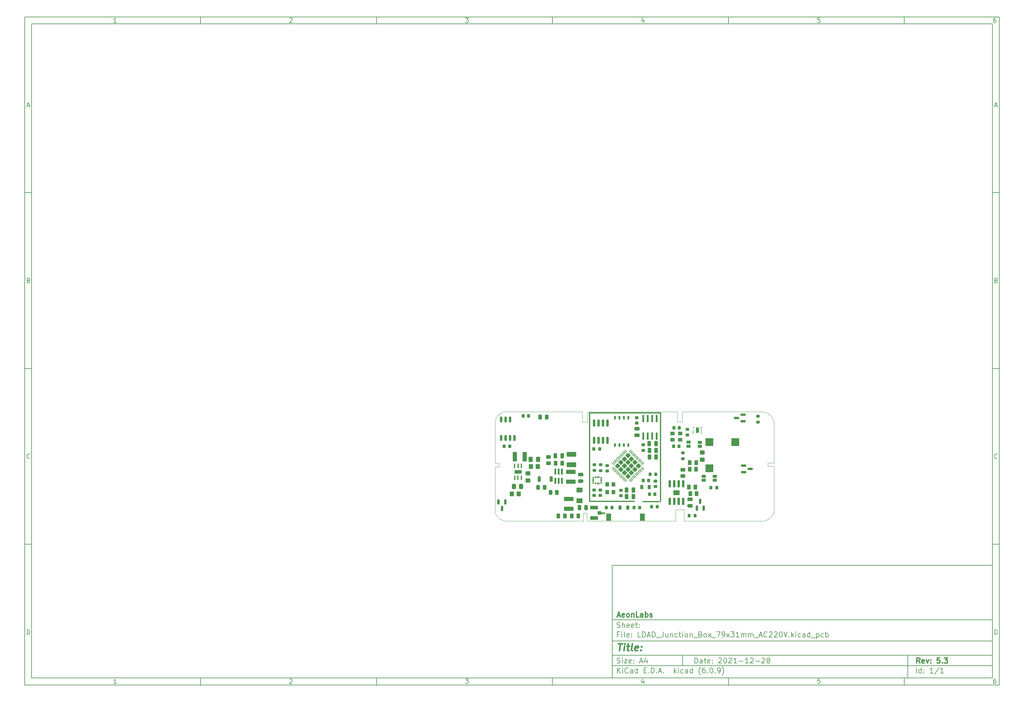
<source format=gbr>
G04 #@! TF.GenerationSoftware,KiCad,Pcbnew,(6.0.9)*
G04 #@! TF.CreationDate,2022-11-26T17:41:20+01:00*
G04 #@! TF.ProjectId,LDAD_Junction_Box_79x31mm_AC220V,4c444144-5f4a-4756-9e63-74696f6e5f42,5.3*
G04 #@! TF.SameCoordinates,Original*
G04 #@! TF.FileFunction,Paste,Top*
G04 #@! TF.FilePolarity,Positive*
%FSLAX46Y46*%
G04 Gerber Fmt 4.6, Leading zero omitted, Abs format (unit mm)*
G04 Created by KiCad (PCBNEW (6.0.9)) date 2022-11-26 17:41:20*
%MOMM*%
%LPD*%
G01*
G04 APERTURE LIST*
G04 Aperture macros list*
%AMRoundRect*
0 Rectangle with rounded corners*
0 $1 Rounding radius*
0 $2 $3 $4 $5 $6 $7 $8 $9 X,Y pos of 4 corners*
0 Add a 4 corners polygon primitive as box body*
4,1,4,$2,$3,$4,$5,$6,$7,$8,$9,$2,$3,0*
0 Add four circle primitives for the rounded corners*
1,1,$1+$1,$2,$3*
1,1,$1+$1,$4,$5*
1,1,$1+$1,$6,$7*
1,1,$1+$1,$8,$9*
0 Add four rect primitives between the rounded corners*
20,1,$1+$1,$2,$3,$4,$5,0*
20,1,$1+$1,$4,$5,$6,$7,0*
20,1,$1+$1,$6,$7,$8,$9,0*
20,1,$1+$1,$8,$9,$2,$3,0*%
%AMFreePoly0*
4,1,6,0.450000,-0.800000,-0.450000,-0.800000,-0.450000,0.530000,-0.180000,0.800000,0.450000,0.800000,0.450000,-0.800000,0.450000,-0.800000,$1*%
G04 Aperture macros list end*
%ADD10C,0.100000*%
%ADD11C,0.150000*%
%ADD12C,0.300000*%
%ADD13C,0.400000*%
%ADD14C,0.010000*%
G04 #@! TA.AperFunction,Profile*
%ADD15C,0.120000*%
G04 #@! TD*
%ADD16RoundRect,0.225000X-0.225000X-0.250000X0.225000X-0.250000X0.225000X0.250000X-0.225000X0.250000X0*%
%ADD17RoundRect,0.250000X-0.262500X-0.450000X0.262500X-0.450000X0.262500X0.450000X-0.262500X0.450000X0*%
%ADD18RoundRect,0.250000X0.250000X0.475000X-0.250000X0.475000X-0.250000X-0.475000X0.250000X-0.475000X0*%
%ADD19RoundRect,0.225000X0.250000X-0.225000X0.250000X0.225000X-0.250000X0.225000X-0.250000X-0.225000X0*%
%ADD20RoundRect,0.225000X-0.250000X0.225000X-0.250000X-0.225000X0.250000X-0.225000X0.250000X0.225000X0*%
%ADD21RoundRect,0.250000X0.475000X-0.250000X0.475000X0.250000X-0.475000X0.250000X-0.475000X-0.250000X0*%
%ADD22R,1.000000X1.300000*%
%ADD23RoundRect,0.042000X-0.258000X0.943000X-0.258000X-0.943000X0.258000X-0.943000X0.258000X0.943000X0*%
%ADD24RoundRect,0.250000X-0.337500X-0.475000X0.337500X-0.475000X0.337500X0.475000X-0.337500X0.475000X0*%
%ADD25RoundRect,0.250000X-0.450000X0.350000X-0.450000X-0.350000X0.450000X-0.350000X0.450000X0.350000X0*%
%ADD26RoundRect,0.150000X0.150000X-0.825000X0.150000X0.825000X-0.150000X0.825000X-0.150000X-0.825000X0*%
%ADD27FreePoly0,180.000000*%
%ADD28R,0.550000X0.250000*%
%ADD29R,0.001000X0.001000*%
%ADD30RoundRect,0.150000X0.587500X0.150000X-0.587500X0.150000X-0.587500X-0.150000X0.587500X-0.150000X0*%
%ADD31RoundRect,0.124800X-0.475200X-0.275200X0.475200X-0.275200X0.475200X0.275200X-0.475200X0.275200X0*%
%ADD32RoundRect,0.200000X-0.275000X0.200000X-0.275000X-0.200000X0.275000X-0.200000X0.275000X0.200000X0*%
%ADD33RoundRect,0.041300X-0.253700X0.948700X-0.253700X-0.948700X0.253700X-0.948700X0.253700X0.948700X0*%
%ADD34RoundRect,0.200000X0.200000X0.275000X-0.200000X0.275000X-0.200000X-0.275000X0.200000X-0.275000X0*%
%ADD35RoundRect,0.250000X-0.450000X0.262500X-0.450000X-0.262500X0.450000X-0.262500X0.450000X0.262500X0*%
%ADD36R,0.400000X25.500000*%
%ADD37RoundRect,0.243750X-0.243750X-0.456250X0.243750X-0.456250X0.243750X0.456250X-0.243750X0.456250X0*%
%ADD38RoundRect,0.250000X1.075000X-0.375000X1.075000X0.375000X-1.075000X0.375000X-1.075000X-0.375000X0*%
%ADD39R,2.250000X1.100000*%
%ADD40R,1.100000X1.050000*%
%ADD41RoundRect,0.250000X-0.475000X0.250000X-0.475000X-0.250000X0.475000X-0.250000X0.475000X0.250000X0*%
%ADD42RoundRect,0.150000X0.150000X-0.675000X0.150000X0.675000X-0.150000X0.675000X-0.150000X-0.675000X0*%
%ADD43RoundRect,0.000250X0.000250X-0.000250X0.000250X0.000250X-0.000250X0.000250X-0.000250X-0.000250X0*%
%ADD44RoundRect,0.250000X0.262500X0.450000X-0.262500X0.450000X-0.262500X-0.450000X0.262500X-0.450000X0*%
%ADD45RoundRect,0.218750X0.218750X0.381250X-0.218750X0.381250X-0.218750X-0.381250X0.218750X-0.381250X0*%
%ADD46RoundRect,0.200000X0.275000X-0.200000X0.275000X0.200000X-0.275000X0.200000X-0.275000X-0.200000X0*%
%ADD47RoundRect,0.225000X0.225000X0.250000X-0.225000X0.250000X-0.225000X-0.250000X0.225000X-0.250000X0*%
%ADD48RoundRect,0.088500X-0.206500X0.746500X-0.206500X-0.746500X0.206500X-0.746500X0.206500X0.746500X0*%
%ADD49RoundRect,0.088500X0.206500X-0.746500X0.206500X0.746500X-0.206500X0.746500X-0.206500X-0.746500X0*%
%ADD50RoundRect,0.250000X-0.250000X-0.475000X0.250000X-0.475000X0.250000X0.475000X-0.250000X0.475000X0*%
%ADD51RoundRect,0.150000X0.150000X-0.587500X0.150000X0.587500X-0.150000X0.587500X-0.150000X-0.587500X0*%
%ADD52R,0.400000X25.400000*%
%ADD53RoundRect,0.250001X-1.074999X0.462499X-1.074999X-0.462499X1.074999X-0.462499X1.074999X0.462499X0*%
%ADD54R,5.000000X0.400000*%
%ADD55R,1.400000X2.100000*%
%ADD56RoundRect,0.250000X0.350000X0.450000X-0.350000X0.450000X-0.350000X-0.450000X0.350000X-0.450000X0*%
%ADD57RoundRect,0.150000X-0.150000X0.587500X-0.150000X-0.587500X0.150000X-0.587500X0.150000X0.587500X0*%
%ADD58RoundRect,0.150000X-0.587500X-0.150000X0.587500X-0.150000X0.587500X0.150000X-0.587500X0.150000X0*%
%ADD59RoundRect,0.200000X-0.200000X-0.275000X0.200000X-0.275000X0.200000X0.275000X-0.200000X0.275000X0*%
%ADD60RoundRect,0.066000X0.154000X-0.404000X0.154000X0.404000X-0.154000X0.404000X-0.154000X-0.404000X0*%
%ADD61RoundRect,0.250000X0.450000X-0.350000X0.450000X0.350000X-0.450000X0.350000X-0.450000X-0.350000X0*%
%ADD62RoundRect,0.200000X-0.200000X-0.600000X0.200000X-0.600000X0.200000X0.600000X-0.200000X0.600000X0*%
%ADD63RoundRect,0.250001X-0.624999X0.462499X-0.624999X-0.462499X0.624999X-0.462499X0.624999X0.462499X0*%
%ADD64R,2.195000X2.195000*%
%ADD65RoundRect,0.250000X0.445477X0.000000X0.000000X0.445477X-0.445477X0.000000X0.000000X-0.445477X0*%
%ADD66RoundRect,0.050000X0.309359X-0.238649X-0.238649X0.309359X-0.309359X0.238649X0.238649X-0.309359X0*%
%ADD67RoundRect,0.050000X0.309359X0.238649X0.238649X0.309359X-0.309359X-0.238649X-0.238649X-0.309359X0*%
%ADD68R,13.000000X0.400000*%
%ADD69R,20.500000X0.400000*%
%ADD70RoundRect,0.100000X-0.100000X-0.550000X0.100000X-0.550000X0.100000X0.550000X-0.100000X0.550000X0*%
%ADD71RoundRect,0.262500X0.737500X0.262500X-0.737500X0.262500X-0.737500X-0.262500X0.737500X-0.262500X0*%
%ADD72RoundRect,0.100000X0.100000X0.550000X-0.100000X0.550000X-0.100000X-0.550000X0.100000X-0.550000X0*%
%ADD73R,0.580000X0.350000*%
%ADD74R,0.350000X0.580000*%
%ADD75RoundRect,0.218750X-0.218750X-0.381250X0.218750X-0.381250X0.218750X0.381250X-0.218750X0.381250X0*%
%ADD76RoundRect,0.250000X0.375000X1.075000X-0.375000X1.075000X-0.375000X-1.075000X0.375000X-1.075000X0*%
%ADD77R,1.300000X1.000000*%
%ADD78R,0.500000X0.500000*%
G04 APERTURE END LIST*
D10*
D11*
X177002200Y-166007200D02*
X177002200Y-198007200D01*
X285002200Y-198007200D01*
X285002200Y-166007200D01*
X177002200Y-166007200D01*
D10*
D11*
X10000000Y-10000000D02*
X10000000Y-200007200D01*
X287002200Y-200007200D01*
X287002200Y-10000000D01*
X10000000Y-10000000D01*
D10*
D11*
X12000000Y-12000000D02*
X12000000Y-198007200D01*
X285002200Y-198007200D01*
X285002200Y-12000000D01*
X12000000Y-12000000D01*
D10*
D11*
X60000000Y-12000000D02*
X60000000Y-10000000D01*
D10*
D11*
X110000000Y-12000000D02*
X110000000Y-10000000D01*
D10*
D11*
X160000000Y-12000000D02*
X160000000Y-10000000D01*
D10*
D11*
X210000000Y-12000000D02*
X210000000Y-10000000D01*
D10*
D11*
X260000000Y-12000000D02*
X260000000Y-10000000D01*
D10*
D11*
X36065476Y-11588095D02*
X35322619Y-11588095D01*
X35694047Y-11588095D02*
X35694047Y-10288095D01*
X35570238Y-10473809D01*
X35446428Y-10597619D01*
X35322619Y-10659523D01*
D10*
D11*
X85322619Y-10411904D02*
X85384523Y-10350000D01*
X85508333Y-10288095D01*
X85817857Y-10288095D01*
X85941666Y-10350000D01*
X86003571Y-10411904D01*
X86065476Y-10535714D01*
X86065476Y-10659523D01*
X86003571Y-10845238D01*
X85260714Y-11588095D01*
X86065476Y-11588095D01*
D10*
D11*
X135260714Y-10288095D02*
X136065476Y-10288095D01*
X135632142Y-10783333D01*
X135817857Y-10783333D01*
X135941666Y-10845238D01*
X136003571Y-10907142D01*
X136065476Y-11030952D01*
X136065476Y-11340476D01*
X136003571Y-11464285D01*
X135941666Y-11526190D01*
X135817857Y-11588095D01*
X135446428Y-11588095D01*
X135322619Y-11526190D01*
X135260714Y-11464285D01*
D10*
D11*
X185941666Y-10721428D02*
X185941666Y-11588095D01*
X185632142Y-10226190D02*
X185322619Y-11154761D01*
X186127380Y-11154761D01*
D10*
D11*
X236003571Y-10288095D02*
X235384523Y-10288095D01*
X235322619Y-10907142D01*
X235384523Y-10845238D01*
X235508333Y-10783333D01*
X235817857Y-10783333D01*
X235941666Y-10845238D01*
X236003571Y-10907142D01*
X236065476Y-11030952D01*
X236065476Y-11340476D01*
X236003571Y-11464285D01*
X235941666Y-11526190D01*
X235817857Y-11588095D01*
X235508333Y-11588095D01*
X235384523Y-11526190D01*
X235322619Y-11464285D01*
D10*
D11*
X285941666Y-10288095D02*
X285694047Y-10288095D01*
X285570238Y-10350000D01*
X285508333Y-10411904D01*
X285384523Y-10597619D01*
X285322619Y-10845238D01*
X285322619Y-11340476D01*
X285384523Y-11464285D01*
X285446428Y-11526190D01*
X285570238Y-11588095D01*
X285817857Y-11588095D01*
X285941666Y-11526190D01*
X286003571Y-11464285D01*
X286065476Y-11340476D01*
X286065476Y-11030952D01*
X286003571Y-10907142D01*
X285941666Y-10845238D01*
X285817857Y-10783333D01*
X285570238Y-10783333D01*
X285446428Y-10845238D01*
X285384523Y-10907142D01*
X285322619Y-11030952D01*
D10*
D11*
X60000000Y-198007200D02*
X60000000Y-200007200D01*
D10*
D11*
X110000000Y-198007200D02*
X110000000Y-200007200D01*
D10*
D11*
X160000000Y-198007200D02*
X160000000Y-200007200D01*
D10*
D11*
X210000000Y-198007200D02*
X210000000Y-200007200D01*
D10*
D11*
X260000000Y-198007200D02*
X260000000Y-200007200D01*
D10*
D11*
X36065476Y-199595295D02*
X35322619Y-199595295D01*
X35694047Y-199595295D02*
X35694047Y-198295295D01*
X35570238Y-198481009D01*
X35446428Y-198604819D01*
X35322619Y-198666723D01*
D10*
D11*
X85322619Y-198419104D02*
X85384523Y-198357200D01*
X85508333Y-198295295D01*
X85817857Y-198295295D01*
X85941666Y-198357200D01*
X86003571Y-198419104D01*
X86065476Y-198542914D01*
X86065476Y-198666723D01*
X86003571Y-198852438D01*
X85260714Y-199595295D01*
X86065476Y-199595295D01*
D10*
D11*
X135260714Y-198295295D02*
X136065476Y-198295295D01*
X135632142Y-198790533D01*
X135817857Y-198790533D01*
X135941666Y-198852438D01*
X136003571Y-198914342D01*
X136065476Y-199038152D01*
X136065476Y-199347676D01*
X136003571Y-199471485D01*
X135941666Y-199533390D01*
X135817857Y-199595295D01*
X135446428Y-199595295D01*
X135322619Y-199533390D01*
X135260714Y-199471485D01*
D10*
D11*
X185941666Y-198728628D02*
X185941666Y-199595295D01*
X185632142Y-198233390D02*
X185322619Y-199161961D01*
X186127380Y-199161961D01*
D10*
D11*
X236003571Y-198295295D02*
X235384523Y-198295295D01*
X235322619Y-198914342D01*
X235384523Y-198852438D01*
X235508333Y-198790533D01*
X235817857Y-198790533D01*
X235941666Y-198852438D01*
X236003571Y-198914342D01*
X236065476Y-199038152D01*
X236065476Y-199347676D01*
X236003571Y-199471485D01*
X235941666Y-199533390D01*
X235817857Y-199595295D01*
X235508333Y-199595295D01*
X235384523Y-199533390D01*
X235322619Y-199471485D01*
D10*
D11*
X285941666Y-198295295D02*
X285694047Y-198295295D01*
X285570238Y-198357200D01*
X285508333Y-198419104D01*
X285384523Y-198604819D01*
X285322619Y-198852438D01*
X285322619Y-199347676D01*
X285384523Y-199471485D01*
X285446428Y-199533390D01*
X285570238Y-199595295D01*
X285817857Y-199595295D01*
X285941666Y-199533390D01*
X286003571Y-199471485D01*
X286065476Y-199347676D01*
X286065476Y-199038152D01*
X286003571Y-198914342D01*
X285941666Y-198852438D01*
X285817857Y-198790533D01*
X285570238Y-198790533D01*
X285446428Y-198852438D01*
X285384523Y-198914342D01*
X285322619Y-199038152D01*
D10*
D11*
X10000000Y-60000000D02*
X12000000Y-60000000D01*
D10*
D11*
X10000000Y-110000000D02*
X12000000Y-110000000D01*
D10*
D11*
X10000000Y-160000000D02*
X12000000Y-160000000D01*
D10*
D11*
X10690476Y-35216666D02*
X11309523Y-35216666D01*
X10566666Y-35588095D02*
X11000000Y-34288095D01*
X11433333Y-35588095D01*
D10*
D11*
X11092857Y-84907142D02*
X11278571Y-84969047D01*
X11340476Y-85030952D01*
X11402380Y-85154761D01*
X11402380Y-85340476D01*
X11340476Y-85464285D01*
X11278571Y-85526190D01*
X11154761Y-85588095D01*
X10659523Y-85588095D01*
X10659523Y-84288095D01*
X11092857Y-84288095D01*
X11216666Y-84350000D01*
X11278571Y-84411904D01*
X11340476Y-84535714D01*
X11340476Y-84659523D01*
X11278571Y-84783333D01*
X11216666Y-84845238D01*
X11092857Y-84907142D01*
X10659523Y-84907142D01*
D10*
D11*
X11402380Y-135464285D02*
X11340476Y-135526190D01*
X11154761Y-135588095D01*
X11030952Y-135588095D01*
X10845238Y-135526190D01*
X10721428Y-135402380D01*
X10659523Y-135278571D01*
X10597619Y-135030952D01*
X10597619Y-134845238D01*
X10659523Y-134597619D01*
X10721428Y-134473809D01*
X10845238Y-134350000D01*
X11030952Y-134288095D01*
X11154761Y-134288095D01*
X11340476Y-134350000D01*
X11402380Y-134411904D01*
D10*
D11*
X10659523Y-185588095D02*
X10659523Y-184288095D01*
X10969047Y-184288095D01*
X11154761Y-184350000D01*
X11278571Y-184473809D01*
X11340476Y-184597619D01*
X11402380Y-184845238D01*
X11402380Y-185030952D01*
X11340476Y-185278571D01*
X11278571Y-185402380D01*
X11154761Y-185526190D01*
X10969047Y-185588095D01*
X10659523Y-185588095D01*
D10*
D11*
X287002200Y-60000000D02*
X285002200Y-60000000D01*
D10*
D11*
X287002200Y-110000000D02*
X285002200Y-110000000D01*
D10*
D11*
X287002200Y-160000000D02*
X285002200Y-160000000D01*
D10*
D11*
X285692676Y-35216666D02*
X286311723Y-35216666D01*
X285568866Y-35588095D02*
X286002200Y-34288095D01*
X286435533Y-35588095D01*
D10*
D11*
X286095057Y-84907142D02*
X286280771Y-84969047D01*
X286342676Y-85030952D01*
X286404580Y-85154761D01*
X286404580Y-85340476D01*
X286342676Y-85464285D01*
X286280771Y-85526190D01*
X286156961Y-85588095D01*
X285661723Y-85588095D01*
X285661723Y-84288095D01*
X286095057Y-84288095D01*
X286218866Y-84350000D01*
X286280771Y-84411904D01*
X286342676Y-84535714D01*
X286342676Y-84659523D01*
X286280771Y-84783333D01*
X286218866Y-84845238D01*
X286095057Y-84907142D01*
X285661723Y-84907142D01*
D10*
D11*
X286404580Y-135464285D02*
X286342676Y-135526190D01*
X286156961Y-135588095D01*
X286033152Y-135588095D01*
X285847438Y-135526190D01*
X285723628Y-135402380D01*
X285661723Y-135278571D01*
X285599819Y-135030952D01*
X285599819Y-134845238D01*
X285661723Y-134597619D01*
X285723628Y-134473809D01*
X285847438Y-134350000D01*
X286033152Y-134288095D01*
X286156961Y-134288095D01*
X286342676Y-134350000D01*
X286404580Y-134411904D01*
D10*
D11*
X285661723Y-185588095D02*
X285661723Y-184288095D01*
X285971247Y-184288095D01*
X286156961Y-184350000D01*
X286280771Y-184473809D01*
X286342676Y-184597619D01*
X286404580Y-184845238D01*
X286404580Y-185030952D01*
X286342676Y-185278571D01*
X286280771Y-185402380D01*
X286156961Y-185526190D01*
X285971247Y-185588095D01*
X285661723Y-185588095D01*
D10*
D11*
X200434342Y-193785771D02*
X200434342Y-192285771D01*
X200791485Y-192285771D01*
X201005771Y-192357200D01*
X201148628Y-192500057D01*
X201220057Y-192642914D01*
X201291485Y-192928628D01*
X201291485Y-193142914D01*
X201220057Y-193428628D01*
X201148628Y-193571485D01*
X201005771Y-193714342D01*
X200791485Y-193785771D01*
X200434342Y-193785771D01*
X202577200Y-193785771D02*
X202577200Y-193000057D01*
X202505771Y-192857200D01*
X202362914Y-192785771D01*
X202077200Y-192785771D01*
X201934342Y-192857200D01*
X202577200Y-193714342D02*
X202434342Y-193785771D01*
X202077200Y-193785771D01*
X201934342Y-193714342D01*
X201862914Y-193571485D01*
X201862914Y-193428628D01*
X201934342Y-193285771D01*
X202077200Y-193214342D01*
X202434342Y-193214342D01*
X202577200Y-193142914D01*
X203077200Y-192785771D02*
X203648628Y-192785771D01*
X203291485Y-192285771D02*
X203291485Y-193571485D01*
X203362914Y-193714342D01*
X203505771Y-193785771D01*
X203648628Y-193785771D01*
X204720057Y-193714342D02*
X204577200Y-193785771D01*
X204291485Y-193785771D01*
X204148628Y-193714342D01*
X204077200Y-193571485D01*
X204077200Y-193000057D01*
X204148628Y-192857200D01*
X204291485Y-192785771D01*
X204577200Y-192785771D01*
X204720057Y-192857200D01*
X204791485Y-193000057D01*
X204791485Y-193142914D01*
X204077200Y-193285771D01*
X205434342Y-193642914D02*
X205505771Y-193714342D01*
X205434342Y-193785771D01*
X205362914Y-193714342D01*
X205434342Y-193642914D01*
X205434342Y-193785771D01*
X205434342Y-192857200D02*
X205505771Y-192928628D01*
X205434342Y-193000057D01*
X205362914Y-192928628D01*
X205434342Y-192857200D01*
X205434342Y-193000057D01*
X207220057Y-192428628D02*
X207291485Y-192357200D01*
X207434342Y-192285771D01*
X207791485Y-192285771D01*
X207934342Y-192357200D01*
X208005771Y-192428628D01*
X208077200Y-192571485D01*
X208077200Y-192714342D01*
X208005771Y-192928628D01*
X207148628Y-193785771D01*
X208077200Y-193785771D01*
X209005771Y-192285771D02*
X209148628Y-192285771D01*
X209291485Y-192357200D01*
X209362914Y-192428628D01*
X209434342Y-192571485D01*
X209505771Y-192857200D01*
X209505771Y-193214342D01*
X209434342Y-193500057D01*
X209362914Y-193642914D01*
X209291485Y-193714342D01*
X209148628Y-193785771D01*
X209005771Y-193785771D01*
X208862914Y-193714342D01*
X208791485Y-193642914D01*
X208720057Y-193500057D01*
X208648628Y-193214342D01*
X208648628Y-192857200D01*
X208720057Y-192571485D01*
X208791485Y-192428628D01*
X208862914Y-192357200D01*
X209005771Y-192285771D01*
X210077200Y-192428628D02*
X210148628Y-192357200D01*
X210291485Y-192285771D01*
X210648628Y-192285771D01*
X210791485Y-192357200D01*
X210862914Y-192428628D01*
X210934342Y-192571485D01*
X210934342Y-192714342D01*
X210862914Y-192928628D01*
X210005771Y-193785771D01*
X210934342Y-193785771D01*
X212362914Y-193785771D02*
X211505771Y-193785771D01*
X211934342Y-193785771D02*
X211934342Y-192285771D01*
X211791485Y-192500057D01*
X211648628Y-192642914D01*
X211505771Y-192714342D01*
X213005771Y-193214342D02*
X214148628Y-193214342D01*
X215648628Y-193785771D02*
X214791485Y-193785771D01*
X215220057Y-193785771D02*
X215220057Y-192285771D01*
X215077200Y-192500057D01*
X214934342Y-192642914D01*
X214791485Y-192714342D01*
X216220057Y-192428628D02*
X216291485Y-192357200D01*
X216434342Y-192285771D01*
X216791485Y-192285771D01*
X216934342Y-192357200D01*
X217005771Y-192428628D01*
X217077200Y-192571485D01*
X217077200Y-192714342D01*
X217005771Y-192928628D01*
X216148628Y-193785771D01*
X217077200Y-193785771D01*
X217720057Y-193214342D02*
X218862914Y-193214342D01*
X219505771Y-192428628D02*
X219577200Y-192357200D01*
X219720057Y-192285771D01*
X220077200Y-192285771D01*
X220220057Y-192357200D01*
X220291485Y-192428628D01*
X220362914Y-192571485D01*
X220362914Y-192714342D01*
X220291485Y-192928628D01*
X219434342Y-193785771D01*
X220362914Y-193785771D01*
X221220057Y-192928628D02*
X221077200Y-192857200D01*
X221005771Y-192785771D01*
X220934342Y-192642914D01*
X220934342Y-192571485D01*
X221005771Y-192428628D01*
X221077200Y-192357200D01*
X221220057Y-192285771D01*
X221505771Y-192285771D01*
X221648628Y-192357200D01*
X221720057Y-192428628D01*
X221791485Y-192571485D01*
X221791485Y-192642914D01*
X221720057Y-192785771D01*
X221648628Y-192857200D01*
X221505771Y-192928628D01*
X221220057Y-192928628D01*
X221077200Y-193000057D01*
X221005771Y-193071485D01*
X220934342Y-193214342D01*
X220934342Y-193500057D01*
X221005771Y-193642914D01*
X221077200Y-193714342D01*
X221220057Y-193785771D01*
X221505771Y-193785771D01*
X221648628Y-193714342D01*
X221720057Y-193642914D01*
X221791485Y-193500057D01*
X221791485Y-193214342D01*
X221720057Y-193071485D01*
X221648628Y-193000057D01*
X221505771Y-192928628D01*
D10*
D11*
X177002200Y-194507200D02*
X285002200Y-194507200D01*
D10*
D11*
X178434342Y-196585771D02*
X178434342Y-195085771D01*
X179291485Y-196585771D02*
X178648628Y-195728628D01*
X179291485Y-195085771D02*
X178434342Y-195942914D01*
X179934342Y-196585771D02*
X179934342Y-195585771D01*
X179934342Y-195085771D02*
X179862914Y-195157200D01*
X179934342Y-195228628D01*
X180005771Y-195157200D01*
X179934342Y-195085771D01*
X179934342Y-195228628D01*
X181505771Y-196442914D02*
X181434342Y-196514342D01*
X181220057Y-196585771D01*
X181077200Y-196585771D01*
X180862914Y-196514342D01*
X180720057Y-196371485D01*
X180648628Y-196228628D01*
X180577200Y-195942914D01*
X180577200Y-195728628D01*
X180648628Y-195442914D01*
X180720057Y-195300057D01*
X180862914Y-195157200D01*
X181077200Y-195085771D01*
X181220057Y-195085771D01*
X181434342Y-195157200D01*
X181505771Y-195228628D01*
X182791485Y-196585771D02*
X182791485Y-195800057D01*
X182720057Y-195657200D01*
X182577200Y-195585771D01*
X182291485Y-195585771D01*
X182148628Y-195657200D01*
X182791485Y-196514342D02*
X182648628Y-196585771D01*
X182291485Y-196585771D01*
X182148628Y-196514342D01*
X182077200Y-196371485D01*
X182077200Y-196228628D01*
X182148628Y-196085771D01*
X182291485Y-196014342D01*
X182648628Y-196014342D01*
X182791485Y-195942914D01*
X184148628Y-196585771D02*
X184148628Y-195085771D01*
X184148628Y-196514342D02*
X184005771Y-196585771D01*
X183720057Y-196585771D01*
X183577200Y-196514342D01*
X183505771Y-196442914D01*
X183434342Y-196300057D01*
X183434342Y-195871485D01*
X183505771Y-195728628D01*
X183577200Y-195657200D01*
X183720057Y-195585771D01*
X184005771Y-195585771D01*
X184148628Y-195657200D01*
X186005771Y-195800057D02*
X186505771Y-195800057D01*
X186720057Y-196585771D02*
X186005771Y-196585771D01*
X186005771Y-195085771D01*
X186720057Y-195085771D01*
X187362914Y-196442914D02*
X187434342Y-196514342D01*
X187362914Y-196585771D01*
X187291485Y-196514342D01*
X187362914Y-196442914D01*
X187362914Y-196585771D01*
X188077200Y-196585771D02*
X188077200Y-195085771D01*
X188434342Y-195085771D01*
X188648628Y-195157200D01*
X188791485Y-195300057D01*
X188862914Y-195442914D01*
X188934342Y-195728628D01*
X188934342Y-195942914D01*
X188862914Y-196228628D01*
X188791485Y-196371485D01*
X188648628Y-196514342D01*
X188434342Y-196585771D01*
X188077200Y-196585771D01*
X189577200Y-196442914D02*
X189648628Y-196514342D01*
X189577200Y-196585771D01*
X189505771Y-196514342D01*
X189577200Y-196442914D01*
X189577200Y-196585771D01*
X190220057Y-196157200D02*
X190934342Y-196157200D01*
X190077200Y-196585771D02*
X190577200Y-195085771D01*
X191077200Y-196585771D01*
X191577200Y-196442914D02*
X191648628Y-196514342D01*
X191577200Y-196585771D01*
X191505771Y-196514342D01*
X191577200Y-196442914D01*
X191577200Y-196585771D01*
X194577200Y-196585771D02*
X194577200Y-195085771D01*
X194720057Y-196014342D02*
X195148628Y-196585771D01*
X195148628Y-195585771D02*
X194577200Y-196157200D01*
X195791485Y-196585771D02*
X195791485Y-195585771D01*
X195791485Y-195085771D02*
X195720057Y-195157200D01*
X195791485Y-195228628D01*
X195862914Y-195157200D01*
X195791485Y-195085771D01*
X195791485Y-195228628D01*
X197148628Y-196514342D02*
X197005771Y-196585771D01*
X196720057Y-196585771D01*
X196577200Y-196514342D01*
X196505771Y-196442914D01*
X196434342Y-196300057D01*
X196434342Y-195871485D01*
X196505771Y-195728628D01*
X196577200Y-195657200D01*
X196720057Y-195585771D01*
X197005771Y-195585771D01*
X197148628Y-195657200D01*
X198434342Y-196585771D02*
X198434342Y-195800057D01*
X198362914Y-195657200D01*
X198220057Y-195585771D01*
X197934342Y-195585771D01*
X197791485Y-195657200D01*
X198434342Y-196514342D02*
X198291485Y-196585771D01*
X197934342Y-196585771D01*
X197791485Y-196514342D01*
X197720057Y-196371485D01*
X197720057Y-196228628D01*
X197791485Y-196085771D01*
X197934342Y-196014342D01*
X198291485Y-196014342D01*
X198434342Y-195942914D01*
X199791485Y-196585771D02*
X199791485Y-195085771D01*
X199791485Y-196514342D02*
X199648628Y-196585771D01*
X199362914Y-196585771D01*
X199220057Y-196514342D01*
X199148628Y-196442914D01*
X199077200Y-196300057D01*
X199077200Y-195871485D01*
X199148628Y-195728628D01*
X199220057Y-195657200D01*
X199362914Y-195585771D01*
X199648628Y-195585771D01*
X199791485Y-195657200D01*
X202077200Y-197157200D02*
X202005771Y-197085771D01*
X201862914Y-196871485D01*
X201791485Y-196728628D01*
X201720057Y-196514342D01*
X201648628Y-196157200D01*
X201648628Y-195871485D01*
X201720057Y-195514342D01*
X201791485Y-195300057D01*
X201862914Y-195157200D01*
X202005771Y-194942914D01*
X202077200Y-194871485D01*
X203291485Y-195085771D02*
X203005771Y-195085771D01*
X202862914Y-195157200D01*
X202791485Y-195228628D01*
X202648628Y-195442914D01*
X202577200Y-195728628D01*
X202577200Y-196300057D01*
X202648628Y-196442914D01*
X202720057Y-196514342D01*
X202862914Y-196585771D01*
X203148628Y-196585771D01*
X203291485Y-196514342D01*
X203362914Y-196442914D01*
X203434342Y-196300057D01*
X203434342Y-195942914D01*
X203362914Y-195800057D01*
X203291485Y-195728628D01*
X203148628Y-195657200D01*
X202862914Y-195657200D01*
X202720057Y-195728628D01*
X202648628Y-195800057D01*
X202577200Y-195942914D01*
X204077200Y-196442914D02*
X204148628Y-196514342D01*
X204077200Y-196585771D01*
X204005771Y-196514342D01*
X204077200Y-196442914D01*
X204077200Y-196585771D01*
X205077200Y-195085771D02*
X205220057Y-195085771D01*
X205362914Y-195157200D01*
X205434342Y-195228628D01*
X205505771Y-195371485D01*
X205577200Y-195657200D01*
X205577200Y-196014342D01*
X205505771Y-196300057D01*
X205434342Y-196442914D01*
X205362914Y-196514342D01*
X205220057Y-196585771D01*
X205077200Y-196585771D01*
X204934342Y-196514342D01*
X204862914Y-196442914D01*
X204791485Y-196300057D01*
X204720057Y-196014342D01*
X204720057Y-195657200D01*
X204791485Y-195371485D01*
X204862914Y-195228628D01*
X204934342Y-195157200D01*
X205077200Y-195085771D01*
X206220057Y-196442914D02*
X206291485Y-196514342D01*
X206220057Y-196585771D01*
X206148628Y-196514342D01*
X206220057Y-196442914D01*
X206220057Y-196585771D01*
X207005771Y-196585771D02*
X207291485Y-196585771D01*
X207434342Y-196514342D01*
X207505771Y-196442914D01*
X207648628Y-196228628D01*
X207720057Y-195942914D01*
X207720057Y-195371485D01*
X207648628Y-195228628D01*
X207577200Y-195157200D01*
X207434342Y-195085771D01*
X207148628Y-195085771D01*
X207005771Y-195157200D01*
X206934342Y-195228628D01*
X206862914Y-195371485D01*
X206862914Y-195728628D01*
X206934342Y-195871485D01*
X207005771Y-195942914D01*
X207148628Y-196014342D01*
X207434342Y-196014342D01*
X207577200Y-195942914D01*
X207648628Y-195871485D01*
X207720057Y-195728628D01*
X208220057Y-197157200D02*
X208291485Y-197085771D01*
X208434342Y-196871485D01*
X208505771Y-196728628D01*
X208577200Y-196514342D01*
X208648628Y-196157200D01*
X208648628Y-195871485D01*
X208577200Y-195514342D01*
X208505771Y-195300057D01*
X208434342Y-195157200D01*
X208291485Y-194942914D01*
X208220057Y-194871485D01*
D10*
D11*
X177002200Y-191507200D02*
X285002200Y-191507200D01*
D10*
D12*
X264411485Y-193785771D02*
X263911485Y-193071485D01*
X263554342Y-193785771D02*
X263554342Y-192285771D01*
X264125771Y-192285771D01*
X264268628Y-192357200D01*
X264340057Y-192428628D01*
X264411485Y-192571485D01*
X264411485Y-192785771D01*
X264340057Y-192928628D01*
X264268628Y-193000057D01*
X264125771Y-193071485D01*
X263554342Y-193071485D01*
X265625771Y-193714342D02*
X265482914Y-193785771D01*
X265197200Y-193785771D01*
X265054342Y-193714342D01*
X264982914Y-193571485D01*
X264982914Y-193000057D01*
X265054342Y-192857200D01*
X265197200Y-192785771D01*
X265482914Y-192785771D01*
X265625771Y-192857200D01*
X265697200Y-193000057D01*
X265697200Y-193142914D01*
X264982914Y-193285771D01*
X266197200Y-192785771D02*
X266554342Y-193785771D01*
X266911485Y-192785771D01*
X267482914Y-193642914D02*
X267554342Y-193714342D01*
X267482914Y-193785771D01*
X267411485Y-193714342D01*
X267482914Y-193642914D01*
X267482914Y-193785771D01*
X267482914Y-192857200D02*
X267554342Y-192928628D01*
X267482914Y-193000057D01*
X267411485Y-192928628D01*
X267482914Y-192857200D01*
X267482914Y-193000057D01*
X270054342Y-192285771D02*
X269340057Y-192285771D01*
X269268628Y-193000057D01*
X269340057Y-192928628D01*
X269482914Y-192857200D01*
X269840057Y-192857200D01*
X269982914Y-192928628D01*
X270054342Y-193000057D01*
X270125771Y-193142914D01*
X270125771Y-193500057D01*
X270054342Y-193642914D01*
X269982914Y-193714342D01*
X269840057Y-193785771D01*
X269482914Y-193785771D01*
X269340057Y-193714342D01*
X269268628Y-193642914D01*
X270768628Y-193642914D02*
X270840057Y-193714342D01*
X270768628Y-193785771D01*
X270697200Y-193714342D01*
X270768628Y-193642914D01*
X270768628Y-193785771D01*
X271340057Y-192285771D02*
X272268628Y-192285771D01*
X271768628Y-192857200D01*
X271982914Y-192857200D01*
X272125771Y-192928628D01*
X272197200Y-193000057D01*
X272268628Y-193142914D01*
X272268628Y-193500057D01*
X272197200Y-193642914D01*
X272125771Y-193714342D01*
X271982914Y-193785771D01*
X271554342Y-193785771D01*
X271411485Y-193714342D01*
X271340057Y-193642914D01*
D10*
D11*
X178362914Y-193714342D02*
X178577200Y-193785771D01*
X178934342Y-193785771D01*
X179077200Y-193714342D01*
X179148628Y-193642914D01*
X179220057Y-193500057D01*
X179220057Y-193357200D01*
X179148628Y-193214342D01*
X179077200Y-193142914D01*
X178934342Y-193071485D01*
X178648628Y-193000057D01*
X178505771Y-192928628D01*
X178434342Y-192857200D01*
X178362914Y-192714342D01*
X178362914Y-192571485D01*
X178434342Y-192428628D01*
X178505771Y-192357200D01*
X178648628Y-192285771D01*
X179005771Y-192285771D01*
X179220057Y-192357200D01*
X179862914Y-193785771D02*
X179862914Y-192785771D01*
X179862914Y-192285771D02*
X179791485Y-192357200D01*
X179862914Y-192428628D01*
X179934342Y-192357200D01*
X179862914Y-192285771D01*
X179862914Y-192428628D01*
X180434342Y-192785771D02*
X181220057Y-192785771D01*
X180434342Y-193785771D01*
X181220057Y-193785771D01*
X182362914Y-193714342D02*
X182220057Y-193785771D01*
X181934342Y-193785771D01*
X181791485Y-193714342D01*
X181720057Y-193571485D01*
X181720057Y-193000057D01*
X181791485Y-192857200D01*
X181934342Y-192785771D01*
X182220057Y-192785771D01*
X182362914Y-192857200D01*
X182434342Y-193000057D01*
X182434342Y-193142914D01*
X181720057Y-193285771D01*
X183077200Y-193642914D02*
X183148628Y-193714342D01*
X183077200Y-193785771D01*
X183005771Y-193714342D01*
X183077200Y-193642914D01*
X183077200Y-193785771D01*
X183077200Y-192857200D02*
X183148628Y-192928628D01*
X183077200Y-193000057D01*
X183005771Y-192928628D01*
X183077200Y-192857200D01*
X183077200Y-193000057D01*
X184862914Y-193357200D02*
X185577200Y-193357200D01*
X184720057Y-193785771D02*
X185220057Y-192285771D01*
X185720057Y-193785771D01*
X186862914Y-192785771D02*
X186862914Y-193785771D01*
X186505771Y-192214342D02*
X186148628Y-193285771D01*
X187077200Y-193285771D01*
D10*
D11*
X263434342Y-196585771D02*
X263434342Y-195085771D01*
X264791485Y-196585771D02*
X264791485Y-195085771D01*
X264791485Y-196514342D02*
X264648628Y-196585771D01*
X264362914Y-196585771D01*
X264220057Y-196514342D01*
X264148628Y-196442914D01*
X264077200Y-196300057D01*
X264077200Y-195871485D01*
X264148628Y-195728628D01*
X264220057Y-195657200D01*
X264362914Y-195585771D01*
X264648628Y-195585771D01*
X264791485Y-195657200D01*
X265505771Y-196442914D02*
X265577200Y-196514342D01*
X265505771Y-196585771D01*
X265434342Y-196514342D01*
X265505771Y-196442914D01*
X265505771Y-196585771D01*
X265505771Y-195657200D02*
X265577200Y-195728628D01*
X265505771Y-195800057D01*
X265434342Y-195728628D01*
X265505771Y-195657200D01*
X265505771Y-195800057D01*
X268148628Y-196585771D02*
X267291485Y-196585771D01*
X267720057Y-196585771D02*
X267720057Y-195085771D01*
X267577200Y-195300057D01*
X267434342Y-195442914D01*
X267291485Y-195514342D01*
X269862914Y-195014342D02*
X268577200Y-196942914D01*
X271148628Y-196585771D02*
X270291485Y-196585771D01*
X270720057Y-196585771D02*
X270720057Y-195085771D01*
X270577200Y-195300057D01*
X270434342Y-195442914D01*
X270291485Y-195514342D01*
D10*
D11*
X177002200Y-187507200D02*
X285002200Y-187507200D01*
D10*
D13*
X178714580Y-188211961D02*
X179857438Y-188211961D01*
X179036009Y-190211961D02*
X179286009Y-188211961D01*
X180274104Y-190211961D02*
X180440771Y-188878628D01*
X180524104Y-188211961D02*
X180416961Y-188307200D01*
X180500295Y-188402438D01*
X180607438Y-188307200D01*
X180524104Y-188211961D01*
X180500295Y-188402438D01*
X181107438Y-188878628D02*
X181869342Y-188878628D01*
X181476485Y-188211961D02*
X181262200Y-189926247D01*
X181333628Y-190116723D01*
X181512200Y-190211961D01*
X181702676Y-190211961D01*
X182655057Y-190211961D02*
X182476485Y-190116723D01*
X182405057Y-189926247D01*
X182619342Y-188211961D01*
X184190771Y-190116723D02*
X183988390Y-190211961D01*
X183607438Y-190211961D01*
X183428866Y-190116723D01*
X183357438Y-189926247D01*
X183452676Y-189164342D01*
X183571723Y-188973866D01*
X183774104Y-188878628D01*
X184155057Y-188878628D01*
X184333628Y-188973866D01*
X184405057Y-189164342D01*
X184381247Y-189354819D01*
X183405057Y-189545295D01*
X185155057Y-190021485D02*
X185238390Y-190116723D01*
X185131247Y-190211961D01*
X185047914Y-190116723D01*
X185155057Y-190021485D01*
X185131247Y-190211961D01*
X185286009Y-188973866D02*
X185369342Y-189069104D01*
X185262200Y-189164342D01*
X185178866Y-189069104D01*
X185286009Y-188973866D01*
X185262200Y-189164342D01*
D10*
D11*
X178934342Y-185600057D02*
X178434342Y-185600057D01*
X178434342Y-186385771D02*
X178434342Y-184885771D01*
X179148628Y-184885771D01*
X179720057Y-186385771D02*
X179720057Y-185385771D01*
X179720057Y-184885771D02*
X179648628Y-184957200D01*
X179720057Y-185028628D01*
X179791485Y-184957200D01*
X179720057Y-184885771D01*
X179720057Y-185028628D01*
X180648628Y-186385771D02*
X180505771Y-186314342D01*
X180434342Y-186171485D01*
X180434342Y-184885771D01*
X181791485Y-186314342D02*
X181648628Y-186385771D01*
X181362914Y-186385771D01*
X181220057Y-186314342D01*
X181148628Y-186171485D01*
X181148628Y-185600057D01*
X181220057Y-185457200D01*
X181362914Y-185385771D01*
X181648628Y-185385771D01*
X181791485Y-185457200D01*
X181862914Y-185600057D01*
X181862914Y-185742914D01*
X181148628Y-185885771D01*
X182505771Y-186242914D02*
X182577200Y-186314342D01*
X182505771Y-186385771D01*
X182434342Y-186314342D01*
X182505771Y-186242914D01*
X182505771Y-186385771D01*
X182505771Y-185457200D02*
X182577200Y-185528628D01*
X182505771Y-185600057D01*
X182434342Y-185528628D01*
X182505771Y-185457200D01*
X182505771Y-185600057D01*
X185077200Y-186385771D02*
X184362914Y-186385771D01*
X184362914Y-184885771D01*
X185577200Y-186385771D02*
X185577200Y-184885771D01*
X185934342Y-184885771D01*
X186148628Y-184957200D01*
X186291485Y-185100057D01*
X186362914Y-185242914D01*
X186434342Y-185528628D01*
X186434342Y-185742914D01*
X186362914Y-186028628D01*
X186291485Y-186171485D01*
X186148628Y-186314342D01*
X185934342Y-186385771D01*
X185577200Y-186385771D01*
X187005771Y-185957200D02*
X187720057Y-185957200D01*
X186862914Y-186385771D02*
X187362914Y-184885771D01*
X187862914Y-186385771D01*
X188362914Y-186385771D02*
X188362914Y-184885771D01*
X188720057Y-184885771D01*
X188934342Y-184957200D01*
X189077200Y-185100057D01*
X189148628Y-185242914D01*
X189220057Y-185528628D01*
X189220057Y-185742914D01*
X189148628Y-186028628D01*
X189077200Y-186171485D01*
X188934342Y-186314342D01*
X188720057Y-186385771D01*
X188362914Y-186385771D01*
X189505771Y-186528628D02*
X190648628Y-186528628D01*
X191434342Y-184885771D02*
X191434342Y-185957200D01*
X191362914Y-186171485D01*
X191220057Y-186314342D01*
X191005771Y-186385771D01*
X190862914Y-186385771D01*
X192791485Y-185385771D02*
X192791485Y-186385771D01*
X192148628Y-185385771D02*
X192148628Y-186171485D01*
X192220057Y-186314342D01*
X192362914Y-186385771D01*
X192577200Y-186385771D01*
X192720057Y-186314342D01*
X192791485Y-186242914D01*
X193505771Y-185385771D02*
X193505771Y-186385771D01*
X193505771Y-185528628D02*
X193577200Y-185457200D01*
X193720057Y-185385771D01*
X193934342Y-185385771D01*
X194077200Y-185457200D01*
X194148628Y-185600057D01*
X194148628Y-186385771D01*
X195505771Y-186314342D02*
X195362914Y-186385771D01*
X195077200Y-186385771D01*
X194934342Y-186314342D01*
X194862914Y-186242914D01*
X194791485Y-186100057D01*
X194791485Y-185671485D01*
X194862914Y-185528628D01*
X194934342Y-185457200D01*
X195077200Y-185385771D01*
X195362914Y-185385771D01*
X195505771Y-185457200D01*
X195934342Y-185385771D02*
X196505771Y-185385771D01*
X196148628Y-184885771D02*
X196148628Y-186171485D01*
X196220057Y-186314342D01*
X196362914Y-186385771D01*
X196505771Y-186385771D01*
X197005771Y-186385771D02*
X197005771Y-185385771D01*
X197005771Y-184885771D02*
X196934342Y-184957200D01*
X197005771Y-185028628D01*
X197077200Y-184957200D01*
X197005771Y-184885771D01*
X197005771Y-185028628D01*
X197934342Y-186385771D02*
X197791485Y-186314342D01*
X197720057Y-186242914D01*
X197648628Y-186100057D01*
X197648628Y-185671485D01*
X197720057Y-185528628D01*
X197791485Y-185457200D01*
X197934342Y-185385771D01*
X198148628Y-185385771D01*
X198291485Y-185457200D01*
X198362914Y-185528628D01*
X198434342Y-185671485D01*
X198434342Y-186100057D01*
X198362914Y-186242914D01*
X198291485Y-186314342D01*
X198148628Y-186385771D01*
X197934342Y-186385771D01*
X199077200Y-185385771D02*
X199077200Y-186385771D01*
X199077200Y-185528628D02*
X199148628Y-185457200D01*
X199291485Y-185385771D01*
X199505771Y-185385771D01*
X199648628Y-185457200D01*
X199720057Y-185600057D01*
X199720057Y-186385771D01*
X200077200Y-186528628D02*
X201220057Y-186528628D01*
X202077200Y-185600057D02*
X202291485Y-185671485D01*
X202362914Y-185742914D01*
X202434342Y-185885771D01*
X202434342Y-186100057D01*
X202362914Y-186242914D01*
X202291485Y-186314342D01*
X202148628Y-186385771D01*
X201577200Y-186385771D01*
X201577200Y-184885771D01*
X202077200Y-184885771D01*
X202220057Y-184957200D01*
X202291485Y-185028628D01*
X202362914Y-185171485D01*
X202362914Y-185314342D01*
X202291485Y-185457200D01*
X202220057Y-185528628D01*
X202077200Y-185600057D01*
X201577200Y-185600057D01*
X203291485Y-186385771D02*
X203148628Y-186314342D01*
X203077200Y-186242914D01*
X203005771Y-186100057D01*
X203005771Y-185671485D01*
X203077200Y-185528628D01*
X203148628Y-185457200D01*
X203291485Y-185385771D01*
X203505771Y-185385771D01*
X203648628Y-185457200D01*
X203720057Y-185528628D01*
X203791485Y-185671485D01*
X203791485Y-186100057D01*
X203720057Y-186242914D01*
X203648628Y-186314342D01*
X203505771Y-186385771D01*
X203291485Y-186385771D01*
X204291485Y-186385771D02*
X205077200Y-185385771D01*
X204291485Y-185385771D02*
X205077200Y-186385771D01*
X205291485Y-186528628D02*
X206434342Y-186528628D01*
X206648628Y-184885771D02*
X207648628Y-184885771D01*
X207005771Y-186385771D01*
X208291485Y-186385771D02*
X208577200Y-186385771D01*
X208720057Y-186314342D01*
X208791485Y-186242914D01*
X208934342Y-186028628D01*
X209005771Y-185742914D01*
X209005771Y-185171485D01*
X208934342Y-185028628D01*
X208862914Y-184957200D01*
X208720057Y-184885771D01*
X208434342Y-184885771D01*
X208291485Y-184957200D01*
X208220057Y-185028628D01*
X208148628Y-185171485D01*
X208148628Y-185528628D01*
X208220057Y-185671485D01*
X208291485Y-185742914D01*
X208434342Y-185814342D01*
X208720057Y-185814342D01*
X208862914Y-185742914D01*
X208934342Y-185671485D01*
X209005771Y-185528628D01*
X209505771Y-186385771D02*
X210291485Y-185385771D01*
X209505771Y-185385771D02*
X210291485Y-186385771D01*
X210720057Y-184885771D02*
X211648628Y-184885771D01*
X211148628Y-185457200D01*
X211362914Y-185457200D01*
X211505771Y-185528628D01*
X211577200Y-185600057D01*
X211648628Y-185742914D01*
X211648628Y-186100057D01*
X211577200Y-186242914D01*
X211505771Y-186314342D01*
X211362914Y-186385771D01*
X210934342Y-186385771D01*
X210791485Y-186314342D01*
X210720057Y-186242914D01*
X213077200Y-186385771D02*
X212220057Y-186385771D01*
X212648628Y-186385771D02*
X212648628Y-184885771D01*
X212505771Y-185100057D01*
X212362914Y-185242914D01*
X212220057Y-185314342D01*
X213720057Y-186385771D02*
X213720057Y-185385771D01*
X213720057Y-185528628D02*
X213791485Y-185457200D01*
X213934342Y-185385771D01*
X214148628Y-185385771D01*
X214291485Y-185457200D01*
X214362914Y-185600057D01*
X214362914Y-186385771D01*
X214362914Y-185600057D02*
X214434342Y-185457200D01*
X214577200Y-185385771D01*
X214791485Y-185385771D01*
X214934342Y-185457200D01*
X215005771Y-185600057D01*
X215005771Y-186385771D01*
X215720057Y-186385771D02*
X215720057Y-185385771D01*
X215720057Y-185528628D02*
X215791485Y-185457200D01*
X215934342Y-185385771D01*
X216148628Y-185385771D01*
X216291485Y-185457200D01*
X216362914Y-185600057D01*
X216362914Y-186385771D01*
X216362914Y-185600057D02*
X216434342Y-185457200D01*
X216577200Y-185385771D01*
X216791485Y-185385771D01*
X216934342Y-185457200D01*
X217005771Y-185600057D01*
X217005771Y-186385771D01*
X217362914Y-186528628D02*
X218505771Y-186528628D01*
X218791485Y-185957200D02*
X219505771Y-185957200D01*
X218648628Y-186385771D02*
X219148628Y-184885771D01*
X219648628Y-186385771D01*
X221005771Y-186242914D02*
X220934342Y-186314342D01*
X220720057Y-186385771D01*
X220577200Y-186385771D01*
X220362914Y-186314342D01*
X220220057Y-186171485D01*
X220148628Y-186028628D01*
X220077200Y-185742914D01*
X220077200Y-185528628D01*
X220148628Y-185242914D01*
X220220057Y-185100057D01*
X220362914Y-184957200D01*
X220577200Y-184885771D01*
X220720057Y-184885771D01*
X220934342Y-184957200D01*
X221005771Y-185028628D01*
X221577200Y-185028628D02*
X221648628Y-184957200D01*
X221791485Y-184885771D01*
X222148628Y-184885771D01*
X222291485Y-184957200D01*
X222362914Y-185028628D01*
X222434342Y-185171485D01*
X222434342Y-185314342D01*
X222362914Y-185528628D01*
X221505771Y-186385771D01*
X222434342Y-186385771D01*
X223005771Y-185028628D02*
X223077200Y-184957200D01*
X223220057Y-184885771D01*
X223577200Y-184885771D01*
X223720057Y-184957200D01*
X223791485Y-185028628D01*
X223862914Y-185171485D01*
X223862914Y-185314342D01*
X223791485Y-185528628D01*
X222934342Y-186385771D01*
X223862914Y-186385771D01*
X224791485Y-184885771D02*
X224934342Y-184885771D01*
X225077199Y-184957200D01*
X225148628Y-185028628D01*
X225220057Y-185171485D01*
X225291485Y-185457200D01*
X225291485Y-185814342D01*
X225220057Y-186100057D01*
X225148628Y-186242914D01*
X225077199Y-186314342D01*
X224934342Y-186385771D01*
X224791485Y-186385771D01*
X224648628Y-186314342D01*
X224577199Y-186242914D01*
X224505771Y-186100057D01*
X224434342Y-185814342D01*
X224434342Y-185457200D01*
X224505771Y-185171485D01*
X224577199Y-185028628D01*
X224648628Y-184957200D01*
X224791485Y-184885771D01*
X225720057Y-184885771D02*
X226220057Y-186385771D01*
X226720057Y-184885771D01*
X227220057Y-186242914D02*
X227291485Y-186314342D01*
X227220057Y-186385771D01*
X227148628Y-186314342D01*
X227220057Y-186242914D01*
X227220057Y-186385771D01*
X227934342Y-186385771D02*
X227934342Y-184885771D01*
X228077199Y-185814342D02*
X228505771Y-186385771D01*
X228505771Y-185385771D02*
X227934342Y-185957200D01*
X229148628Y-186385771D02*
X229148628Y-185385771D01*
X229148628Y-184885771D02*
X229077199Y-184957200D01*
X229148628Y-185028628D01*
X229220057Y-184957200D01*
X229148628Y-184885771D01*
X229148628Y-185028628D01*
X230505771Y-186314342D02*
X230362914Y-186385771D01*
X230077200Y-186385771D01*
X229934342Y-186314342D01*
X229862914Y-186242914D01*
X229791485Y-186100057D01*
X229791485Y-185671485D01*
X229862914Y-185528628D01*
X229934342Y-185457200D01*
X230077200Y-185385771D01*
X230362914Y-185385771D01*
X230505771Y-185457200D01*
X231791485Y-186385771D02*
X231791485Y-185600057D01*
X231720057Y-185457200D01*
X231577199Y-185385771D01*
X231291485Y-185385771D01*
X231148628Y-185457200D01*
X231791485Y-186314342D02*
X231648628Y-186385771D01*
X231291485Y-186385771D01*
X231148628Y-186314342D01*
X231077199Y-186171485D01*
X231077199Y-186028628D01*
X231148628Y-185885771D01*
X231291485Y-185814342D01*
X231648628Y-185814342D01*
X231791485Y-185742914D01*
X233148628Y-186385771D02*
X233148628Y-184885771D01*
X233148628Y-186314342D02*
X233005771Y-186385771D01*
X232720057Y-186385771D01*
X232577199Y-186314342D01*
X232505771Y-186242914D01*
X232434342Y-186100057D01*
X232434342Y-185671485D01*
X232505771Y-185528628D01*
X232577199Y-185457200D01*
X232720057Y-185385771D01*
X233005771Y-185385771D01*
X233148628Y-185457200D01*
X233505771Y-186528628D02*
X234648628Y-186528628D01*
X235005771Y-185385771D02*
X235005771Y-186885771D01*
X235005771Y-185457200D02*
X235148628Y-185385771D01*
X235434342Y-185385771D01*
X235577199Y-185457200D01*
X235648628Y-185528628D01*
X235720057Y-185671485D01*
X235720057Y-186100057D01*
X235648628Y-186242914D01*
X235577199Y-186314342D01*
X235434342Y-186385771D01*
X235148628Y-186385771D01*
X235005771Y-186314342D01*
X237005771Y-186314342D02*
X236862914Y-186385771D01*
X236577200Y-186385771D01*
X236434342Y-186314342D01*
X236362914Y-186242914D01*
X236291485Y-186100057D01*
X236291485Y-185671485D01*
X236362914Y-185528628D01*
X236434342Y-185457200D01*
X236577200Y-185385771D01*
X236862914Y-185385771D01*
X237005771Y-185457200D01*
X237648628Y-186385771D02*
X237648628Y-184885771D01*
X237648628Y-185457200D02*
X237791485Y-185385771D01*
X238077199Y-185385771D01*
X238220057Y-185457200D01*
X238291485Y-185528628D01*
X238362914Y-185671485D01*
X238362914Y-186100057D01*
X238291485Y-186242914D01*
X238220057Y-186314342D01*
X238077199Y-186385771D01*
X237791485Y-186385771D01*
X237648628Y-186314342D01*
D10*
D11*
X177002200Y-181507200D02*
X285002200Y-181507200D01*
D10*
D11*
X178362914Y-183614342D02*
X178577200Y-183685771D01*
X178934342Y-183685771D01*
X179077200Y-183614342D01*
X179148628Y-183542914D01*
X179220057Y-183400057D01*
X179220057Y-183257200D01*
X179148628Y-183114342D01*
X179077200Y-183042914D01*
X178934342Y-182971485D01*
X178648628Y-182900057D01*
X178505771Y-182828628D01*
X178434342Y-182757200D01*
X178362914Y-182614342D01*
X178362914Y-182471485D01*
X178434342Y-182328628D01*
X178505771Y-182257200D01*
X178648628Y-182185771D01*
X179005771Y-182185771D01*
X179220057Y-182257200D01*
X179862914Y-183685771D02*
X179862914Y-182185771D01*
X180505771Y-183685771D02*
X180505771Y-182900057D01*
X180434342Y-182757200D01*
X180291485Y-182685771D01*
X180077200Y-182685771D01*
X179934342Y-182757200D01*
X179862914Y-182828628D01*
X181791485Y-183614342D02*
X181648628Y-183685771D01*
X181362914Y-183685771D01*
X181220057Y-183614342D01*
X181148628Y-183471485D01*
X181148628Y-182900057D01*
X181220057Y-182757200D01*
X181362914Y-182685771D01*
X181648628Y-182685771D01*
X181791485Y-182757200D01*
X181862914Y-182900057D01*
X181862914Y-183042914D01*
X181148628Y-183185771D01*
X183077200Y-183614342D02*
X182934342Y-183685771D01*
X182648628Y-183685771D01*
X182505771Y-183614342D01*
X182434342Y-183471485D01*
X182434342Y-182900057D01*
X182505771Y-182757200D01*
X182648628Y-182685771D01*
X182934342Y-182685771D01*
X183077200Y-182757200D01*
X183148628Y-182900057D01*
X183148628Y-183042914D01*
X182434342Y-183185771D01*
X183577200Y-182685771D02*
X184148628Y-182685771D01*
X183791485Y-182185771D02*
X183791485Y-183471485D01*
X183862914Y-183614342D01*
X184005771Y-183685771D01*
X184148628Y-183685771D01*
X184648628Y-183542914D02*
X184720057Y-183614342D01*
X184648628Y-183685771D01*
X184577200Y-183614342D01*
X184648628Y-183542914D01*
X184648628Y-183685771D01*
X184648628Y-182757200D02*
X184720057Y-182828628D01*
X184648628Y-182900057D01*
X184577200Y-182828628D01*
X184648628Y-182757200D01*
X184648628Y-182900057D01*
D10*
D12*
X178482914Y-180257200D02*
X179197200Y-180257200D01*
X178340057Y-180685771D02*
X178840057Y-179185771D01*
X179340057Y-180685771D01*
X180411485Y-180614342D02*
X180268628Y-180685771D01*
X179982914Y-180685771D01*
X179840057Y-180614342D01*
X179768628Y-180471485D01*
X179768628Y-179900057D01*
X179840057Y-179757200D01*
X179982914Y-179685771D01*
X180268628Y-179685771D01*
X180411485Y-179757200D01*
X180482914Y-179900057D01*
X180482914Y-180042914D01*
X179768628Y-180185771D01*
X181340057Y-180685771D02*
X181197200Y-180614342D01*
X181125771Y-180542914D01*
X181054342Y-180400057D01*
X181054342Y-179971485D01*
X181125771Y-179828628D01*
X181197200Y-179757200D01*
X181340057Y-179685771D01*
X181554342Y-179685771D01*
X181697200Y-179757200D01*
X181768628Y-179828628D01*
X181840057Y-179971485D01*
X181840057Y-180400057D01*
X181768628Y-180542914D01*
X181697200Y-180614342D01*
X181554342Y-180685771D01*
X181340057Y-180685771D01*
X182482914Y-179685771D02*
X182482914Y-180685771D01*
X182482914Y-179828628D02*
X182554342Y-179757200D01*
X182697200Y-179685771D01*
X182911485Y-179685771D01*
X183054342Y-179757200D01*
X183125771Y-179900057D01*
X183125771Y-180685771D01*
X184554342Y-180685771D02*
X183840057Y-180685771D01*
X183840057Y-179185771D01*
X185697200Y-180685771D02*
X185697200Y-179900057D01*
X185625771Y-179757200D01*
X185482914Y-179685771D01*
X185197200Y-179685771D01*
X185054342Y-179757200D01*
X185697200Y-180614342D02*
X185554342Y-180685771D01*
X185197200Y-180685771D01*
X185054342Y-180614342D01*
X184982914Y-180471485D01*
X184982914Y-180328628D01*
X185054342Y-180185771D01*
X185197200Y-180114342D01*
X185554342Y-180114342D01*
X185697200Y-180042914D01*
X186411485Y-180685771D02*
X186411485Y-179185771D01*
X186411485Y-179757200D02*
X186554342Y-179685771D01*
X186840057Y-179685771D01*
X186982914Y-179757200D01*
X187054342Y-179828628D01*
X187125771Y-179971485D01*
X187125771Y-180400057D01*
X187054342Y-180542914D01*
X186982914Y-180614342D01*
X186840057Y-180685771D01*
X186554342Y-180685771D01*
X186411485Y-180614342D01*
X187697200Y-180614342D02*
X187840057Y-180685771D01*
X188125771Y-180685771D01*
X188268628Y-180614342D01*
X188340057Y-180471485D01*
X188340057Y-180400057D01*
X188268628Y-180257200D01*
X188125771Y-180185771D01*
X187911485Y-180185771D01*
X187768628Y-180114342D01*
X187697200Y-179971485D01*
X187697200Y-179900057D01*
X187768628Y-179757200D01*
X187911485Y-179685771D01*
X188125771Y-179685771D01*
X188268628Y-179757200D01*
D10*
D11*
D10*
D11*
D10*
D11*
D10*
D11*
D10*
D11*
X197002200Y-191507200D02*
X197002200Y-194507200D01*
D10*
D11*
X261002200Y-191507200D02*
X261002200Y-198007200D01*
G04 #@! TO.C,TPU1*
G36*
X196010000Y-145905000D02*
G01*
X194370000Y-145905000D01*
X194370000Y-144615000D01*
X196010000Y-144615000D01*
X196010000Y-145905000D01*
G37*
D14*
X196010000Y-145905000D02*
X194370000Y-145905000D01*
X194370000Y-144615000D01*
X196010000Y-144615000D01*
X196010000Y-145905000D01*
D15*
G04 #@! TO.C,G\u002A\u002A\u002A*
X169930000Y-122315000D02*
X169925000Y-125235000D01*
X222945000Y-137820000D02*
X222955000Y-150965000D01*
X143720000Y-150965000D02*
X143710000Y-137915000D01*
X169775000Y-153355000D02*
X169755000Y-151115000D01*
X168540000Y-122325000D02*
X146590000Y-122305000D01*
X197425000Y-153375000D02*
X220155000Y-153395000D01*
X169755000Y-151115000D02*
X168745000Y-151115000D01*
X195485000Y-125164700D02*
X195480000Y-122314700D01*
X143700000Y-136915000D02*
X143700000Y-125495000D01*
X169775000Y-153355000D02*
X195035000Y-153365000D01*
X221165000Y-137815000D02*
X221165000Y-136817500D01*
X169925000Y-125235000D02*
X168545000Y-125235000D01*
X168545000Y-125235000D02*
X168540000Y-122325000D01*
X196870000Y-122314700D02*
X219700000Y-122324700D01*
X196875000Y-125164700D02*
X195485000Y-125164700D01*
X196870000Y-122314700D02*
X196875000Y-125164700D01*
X197425000Y-150105000D02*
X195035000Y-150100000D01*
X168745000Y-151115000D02*
X168745000Y-153355000D01*
X143700000Y-136915000D02*
X144815000Y-136925000D01*
X144815000Y-136925000D02*
X144815000Y-137925000D01*
X144815000Y-137925000D02*
X143710000Y-137915000D01*
X221165000Y-136817500D02*
X222945000Y-136820000D01*
X222945000Y-136820000D02*
X222940000Y-125294700D01*
X195480000Y-122314700D02*
X169930000Y-122315000D01*
X168745000Y-153355000D02*
X146780000Y-153345000D01*
X197425000Y-153375000D02*
X197425000Y-150105000D01*
X195035000Y-150100000D02*
X195035000Y-153365000D01*
X222945000Y-137820000D02*
X221165000Y-137815000D01*
X146590000Y-122305000D02*
G75*
G03*
X143700000Y-125495000I375481J-3244276D01*
G01*
X143720000Y-150965000D02*
G75*
G03*
X146780000Y-153345000I3113656J846129D01*
G01*
X220154997Y-153394985D02*
G75*
G03*
X222955000Y-150965000I-855797J3814285D01*
G01*
X222940000Y-125294700D02*
G75*
G03*
X219700000Y-122324700I-3295300J-342600D01*
G01*
G04 #@! TD*
D16*
G04 #@! TO.C,EC50*
X194385000Y-132090000D03*
X195935000Y-132090000D03*
G04 #@! TD*
D17*
G04 #@! TO.C,MR2*
X160917500Y-136960000D03*
X162742500Y-136960000D03*
G04 #@! TD*
D18*
G04 #@! TO.C,EC15*
X182990000Y-144550000D03*
X181090000Y-144550000D03*
G04 #@! TD*
D19*
G04 #@! TO.C,IMUC2*
X198300000Y-128855000D03*
X198300000Y-127305000D03*
G04 #@! TD*
D17*
G04 #@! TO.C,TPR2*
X199127500Y-145540000D03*
X200952500Y-145540000D03*
G04 #@! TD*
D20*
G04 #@! TO.C,EC12*
X179400000Y-144635000D03*
X179400000Y-146185000D03*
G04 #@! TD*
D21*
G04 #@! TO.C,EC25*
X183990000Y-129000000D03*
X183990000Y-127100000D03*
G04 #@! TD*
D22*
G04 #@! TO.C,ECY1*
X177322500Y-145180000D03*
X177322500Y-142980000D03*
X175522500Y-142980000D03*
X175522500Y-145180000D03*
G04 #@! TD*
D23*
G04 #@! TO.C,TPU1*
X197095000Y-142785000D03*
X195825000Y-142785000D03*
X194555000Y-142785000D03*
X193285000Y-142785000D03*
X193285000Y-147735000D03*
X194555000Y-147735000D03*
X195825000Y-147735000D03*
X197095000Y-147735000D03*
G04 #@! TD*
D24*
G04 #@! TO.C,AC1*
X153822500Y-135860000D03*
X155897500Y-135860000D03*
G04 #@! TD*
D25*
G04 #@! TO.C,AR2*
X153010000Y-139810000D03*
X153010000Y-141810000D03*
G04 #@! TD*
D26*
G04 #@! TO.C,EPS1*
X171805000Y-130425000D03*
X173075000Y-130425000D03*
X174345000Y-130425000D03*
X175615000Y-130425000D03*
X175615000Y-125475000D03*
X174345000Y-125475000D03*
X173075000Y-125475000D03*
X171805000Y-125475000D03*
G04 #@! TD*
D27*
G04 #@! TO.C,SH1*
X201160000Y-127550000D03*
D28*
X202335000Y-128300000D03*
X202335000Y-127800000D03*
X202335000Y-127300000D03*
X202335000Y-126800000D03*
X199985000Y-126800000D03*
D29*
X199985000Y-127300000D03*
D28*
X199985000Y-127800000D03*
X199985000Y-128300000D03*
G04 #@! TD*
D30*
G04 #@! TO.C,Q2*
X214147500Y-125000000D03*
X214147500Y-123100000D03*
X212272500Y-124050000D03*
G04 #@! TD*
D31*
G04 #@! TO.C,LED2*
X202950000Y-141770000D03*
X206130000Y-141780000D03*
X202950000Y-140630000D03*
X206140000Y-140660000D03*
G04 #@! TD*
D32*
G04 #@! TO.C,ICR1*
X173720000Y-137365000D03*
X173720000Y-139015000D03*
G04 #@! TD*
D33*
G04 #@! TO.C,U2*
X189565000Y-124270000D03*
X188295000Y-124270000D03*
X187025000Y-124270000D03*
X185755000Y-124270000D03*
X185755000Y-129210000D03*
X187025000Y-129210000D03*
X188295000Y-129210000D03*
X189565000Y-129210000D03*
G04 #@! TD*
D34*
G04 #@! TO.C,PWSWR1*
X200505000Y-151830000D03*
X198855000Y-151830000D03*
G04 #@! TD*
D20*
G04 #@! TO.C,EC24*
X183960000Y-123965000D03*
X183960000Y-125515000D03*
G04 #@! TD*
D35*
G04 #@! TO.C,MR1*
X158840000Y-135147500D03*
X158840000Y-136972500D03*
G04 #@! TD*
D31*
G04 #@! TO.C,LED1*
X198660000Y-132100000D03*
X201840000Y-132110000D03*
X198660000Y-130960000D03*
X201850000Y-130990000D03*
G04 #@! TD*
D17*
G04 #@! TO.C,HLR1*
X159437500Y-145190000D03*
X161262500Y-145190000D03*
G04 #@! TD*
D36*
G04 #@! TO.C,*
X190675000Y-135270000D03*
G04 #@! TD*
D35*
G04 #@! TO.C,TPR1*
X197070000Y-138767500D03*
X197070000Y-140592500D03*
G04 #@! TD*
D37*
G04 #@! TO.C,HLD1*
X155892500Y-143790000D03*
X157767500Y-143790000D03*
G04 #@! TD*
D38*
G04 #@! TO.C,HLL2*
X164590000Y-149910000D03*
X164590000Y-147110000D03*
G04 #@! TD*
D39*
G04 #@! TO.C,J1*
X171780000Y-152515000D03*
X171780000Y-149565000D03*
D40*
X173330000Y-151040000D03*
G04 #@! TD*
D41*
G04 #@! TO.C,MC1*
X168020000Y-140110000D03*
X168020000Y-142010000D03*
G04 #@! TD*
D18*
G04 #@! TO.C,EC14*
X182970000Y-146415000D03*
X181070000Y-146415000D03*
G04 #@! TD*
D42*
G04 #@! TO.C,CBU1*
X145405000Y-129745000D03*
X146675000Y-129745000D03*
X147945000Y-129745000D03*
X149215000Y-129745000D03*
D43*
X149215000Y-124495000D03*
D42*
X147945000Y-124495000D03*
X146675000Y-124495000D03*
X145405000Y-124495000D03*
G04 #@! TD*
D44*
G04 #@! TO.C,MR3*
X200842500Y-136780000D03*
X199017500Y-136780000D03*
G04 #@! TD*
D16*
G04 #@! TO.C,CC1*
X146285000Y-132090000D03*
X147835000Y-132090000D03*
G04 #@! TD*
G04 #@! TO.C,EC20*
X187545000Y-145700000D03*
X189095000Y-145700000D03*
G04 #@! TD*
G04 #@! TO.C,EC38*
X183205000Y-149560000D03*
X184755000Y-149560000D03*
G04 #@! TD*
D20*
G04 #@! TO.C,EC19*
X189260000Y-142025000D03*
X189260000Y-143575000D03*
G04 #@! TD*
D45*
G04 #@! TO.C,L2*
X187452500Y-143670000D03*
X185327500Y-143670000D03*
G04 #@! TD*
D46*
G04 #@! TO.C,LR1*
X197010000Y-135645000D03*
X197010000Y-133995000D03*
G04 #@! TD*
D47*
G04 #@! TO.C,EC37*
X176865000Y-149550000D03*
X175315000Y-149550000D03*
G04 #@! TD*
D48*
G04 #@! TO.C,U1*
X162685000Y-139295000D03*
X161755000Y-139290000D03*
X160805000Y-139290000D03*
D49*
X160790000Y-141970000D03*
X161740000Y-141965000D03*
X162690000Y-141965000D03*
G04 #@! TD*
D50*
G04 #@! TO.C,AUC1*
X187490000Y-131350000D03*
X189390000Y-131350000D03*
G04 #@! TD*
D46*
G04 #@! TO.C,IDR1*
X171900000Y-139005000D03*
X171900000Y-137355000D03*
G04 #@! TD*
D20*
G04 #@! TO.C,EC13*
X173630000Y-144565000D03*
X173630000Y-146115000D03*
G04 #@! TD*
D34*
G04 #@! TO.C,ER1*
X189365000Y-140030000D03*
X187715000Y-140030000D03*
G04 #@! TD*
D51*
G04 #@! TO.C,PWDSWT1*
X201050000Y-149677500D03*
X202950000Y-149677500D03*
X202000000Y-147802500D03*
G04 #@! TD*
D17*
G04 #@! TO.C,CR1*
X156537500Y-123790000D03*
X158362500Y-123790000D03*
G04 #@! TD*
D52*
G04 #@! TO.C,*
X170575000Y-135230000D03*
G04 #@! TD*
D53*
G04 #@! TO.C,MD1*
X165370000Y-134357500D03*
X165370000Y-137332500D03*
G04 #@! TD*
D54*
G04 #@! TO.C,*
X187980000Y-147820000D03*
G04 #@! TD*
D44*
G04 #@! TO.C,TPR3*
X200592500Y-143730000D03*
X198767500Y-143730000D03*
G04 #@! TD*
D55*
G04 #@! TO.C,ANT1*
X176000000Y-152220000D03*
X185500000Y-152220000D03*
G04 #@! TD*
D56*
G04 #@! TO.C,AR1*
X155830000Y-137880000D03*
X153830000Y-137880000D03*
G04 #@! TD*
D19*
G04 #@! TO.C,IMUC1*
X171790000Y-146105000D03*
X171790000Y-144555000D03*
G04 #@! TD*
D16*
G04 #@! TO.C,CC2*
X151635000Y-123500000D03*
X153185000Y-123500000D03*
G04 #@! TD*
D19*
G04 #@! TO.C,EC16*
X175550000Y-139165000D03*
X175550000Y-137615000D03*
G04 #@! TD*
D44*
G04 #@! TO.C,MR4*
X200812500Y-138610000D03*
X198987500Y-138610000D03*
G04 #@! TD*
D57*
G04 #@! TO.C,Q1*
X146570000Y-147902500D03*
X144670000Y-147902500D03*
X145620000Y-149777500D03*
G04 #@! TD*
D58*
G04 #@! TO.C,LEDSS85*
X214302500Y-137610000D03*
X214302500Y-139510000D03*
X216177500Y-138560000D03*
G04 #@! TD*
D59*
G04 #@! TO.C,L2R1*
X205045000Y-143890000D03*
X206695000Y-143890000D03*
G04 #@! TD*
D60*
G04 #@! TO.C,ESP_FLASH1*
X177735000Y-131745000D03*
X179005000Y-131745000D03*
X180275000Y-131745000D03*
X181545000Y-131745000D03*
X181545000Y-123955000D03*
X180275000Y-123955000D03*
X179005000Y-123955000D03*
X177735000Y-123955000D03*
G04 #@! TD*
D61*
G04 #@! TO.C,L2R2*
X202530000Y-135880000D03*
X202530000Y-133880000D03*
G04 #@! TD*
D56*
G04 #@! TO.C,QR1*
X150430000Y-145630000D03*
X148430000Y-145630000D03*
G04 #@! TD*
D50*
G04 #@! TO.C,HLC3*
X167670000Y-149530000D03*
X169570000Y-149530000D03*
G04 #@! TD*
D19*
G04 #@! TO.C,EC26*
X185750000Y-133265000D03*
X185750000Y-131715000D03*
G04 #@! TD*
D62*
G04 #@! TO.C,RST1*
X156255000Y-141405000D03*
X159595000Y-141405000D03*
G04 #@! TD*
D63*
G04 #@! TO.C,HLD6*
X167670000Y-144595000D03*
X167670000Y-147570000D03*
G04 #@! TD*
D24*
G04 #@! TO.C,AC2*
X149022500Y-143560000D03*
X151097500Y-143560000D03*
G04 #@! TD*
D18*
G04 #@! TO.C,MC2*
X162750000Y-134790000D03*
X160850000Y-134790000D03*
G04 #@! TD*
D46*
G04 #@! TO.C,QR2*
X218410000Y-125235000D03*
X218410000Y-123585000D03*
G04 #@! TD*
D64*
G04 #@! TO.C,BZ1*
X211980000Y-130960000D03*
X204580000Y-130960000D03*
X204580000Y-138360000D03*
G04 #@! TD*
D65*
G04 #@! TO.C,ESP32S3*
X182439949Y-135710050D03*
X181450000Y-134720101D03*
X181450000Y-140659797D03*
X178480152Y-137689949D03*
X181450000Y-138679898D03*
X184419848Y-137689949D03*
X179470101Y-138679898D03*
X179470101Y-136700000D03*
X183429899Y-138679898D03*
X182439949Y-137689949D03*
X183429899Y-136700000D03*
X180460051Y-137689949D03*
X182439949Y-139669848D03*
X181450000Y-136700000D03*
X180460051Y-139669848D03*
X180460051Y-135710050D03*
D66*
X182042202Y-141959106D03*
X182325045Y-141676263D03*
X182607887Y-141393421D03*
X182890730Y-141110578D03*
X183173573Y-140827735D03*
X183456415Y-140544893D03*
X183739258Y-140262050D03*
X184022101Y-139979207D03*
X184304944Y-139696364D03*
X184587786Y-139413522D03*
X184870629Y-139130679D03*
X185153472Y-138847836D03*
X185436314Y-138564994D03*
X185719157Y-138282151D03*
D67*
X185719157Y-137097747D03*
X185436314Y-136814904D03*
X185153472Y-136532062D03*
X184870629Y-136249219D03*
X184587786Y-135966376D03*
X184304944Y-135683534D03*
X184022101Y-135400691D03*
X183739258Y-135117848D03*
X183456415Y-134835005D03*
X183173573Y-134552163D03*
X182890730Y-134269320D03*
X182607887Y-133986477D03*
X182325045Y-133703635D03*
X182042202Y-133420792D03*
D66*
X180857798Y-133420792D03*
X180574955Y-133703635D03*
X180292113Y-133986477D03*
X180009270Y-134269320D03*
X179726427Y-134552163D03*
X179443585Y-134835005D03*
X179160742Y-135117848D03*
X178877899Y-135400691D03*
X178595056Y-135683534D03*
X178312214Y-135966376D03*
X178029371Y-136249219D03*
X177746528Y-136532062D03*
X177463686Y-136814904D03*
X177180843Y-137097747D03*
D67*
X177180843Y-138282151D03*
X177463686Y-138564994D03*
X177746528Y-138847836D03*
X178029371Y-139130679D03*
X178312214Y-139413522D03*
X178595056Y-139696364D03*
X178877899Y-139979207D03*
X179160742Y-140262050D03*
X179443585Y-140544893D03*
X179726427Y-140827735D03*
X180009270Y-141110578D03*
X180292113Y-141393421D03*
X180574955Y-141676263D03*
X180857798Y-141959106D03*
G04 #@! TD*
D18*
G04 #@! TO.C,EC17*
X189450000Y-133310000D03*
X187550000Y-133310000D03*
G04 #@! TD*
D68*
G04 #@! TO.C,*
X176870000Y-147730000D03*
G04 #@! TD*
D44*
G04 #@! TO.C,MR6*
X163502500Y-151900000D03*
X161677500Y-151900000D03*
G04 #@! TD*
D69*
G04 #@! TO.C,*
X180620000Y-122650000D03*
G04 #@! TD*
D47*
G04 #@! TO.C,EC51*
X196025000Y-126820000D03*
X194475000Y-126820000D03*
G04 #@! TD*
D38*
G04 #@! TO.C,ML1*
X165240000Y-142220000D03*
X165240000Y-139420000D03*
G04 #@! TD*
D34*
G04 #@! TO.C,ER2*
X189785000Y-149280000D03*
X188135000Y-149280000D03*
G04 #@! TD*
D18*
G04 #@! TO.C,EC18*
X189470000Y-135180000D03*
X187570000Y-135180000D03*
G04 #@! TD*
D70*
G04 #@! TO.C,AU1*
X151165000Y-137665000D03*
X150225000Y-137670000D03*
D71*
X150200000Y-139385000D03*
D70*
X149240000Y-137670000D03*
D72*
X149270000Y-141060000D03*
X150185000Y-141055000D03*
X151145000Y-141055000D03*
G04 #@! TD*
D21*
G04 #@! TO.C,TPC2*
X199060000Y-149060000D03*
X199060000Y-147160000D03*
G04 #@! TD*
D73*
G04 #@! TO.C,IMU1*
X171535000Y-141050000D03*
X171535000Y-141550000D03*
X171535000Y-142050000D03*
X171535000Y-142550000D03*
D74*
X172210000Y-142725000D03*
X172710000Y-142725000D03*
X173210000Y-142725000D03*
D73*
X173885000Y-142550000D03*
X173885000Y-142050000D03*
X173885000Y-141550000D03*
X173885000Y-141050000D03*
D74*
X173210000Y-140875000D03*
X172710000Y-140875000D03*
X172210000Y-140875000D03*
G04 #@! TD*
D75*
G04 #@! TO.C,EL4*
X179227500Y-149590000D03*
X181352500Y-149590000D03*
G04 #@! TD*
D47*
G04 #@! TO.C,EC40*
X187325000Y-141860000D03*
X185775000Y-141860000D03*
G04 #@! TD*
D76*
G04 #@! TO.C,AL1*
X152060000Y-135100000D03*
X149260000Y-135100000D03*
G04 #@! TD*
D77*
G04 #@! TO.C,ECY2*
X194080000Y-130270000D03*
X196280000Y-130270000D03*
X196280000Y-128470000D03*
X194080000Y-128470000D03*
G04 #@! TD*
D44*
G04 #@! TO.C,MR5*
X167302500Y-151900000D03*
X165477500Y-151900000D03*
G04 #@! TD*
D34*
G04 #@! TO.C,PSR1*
X173415000Y-132840000D03*
X171765000Y-132840000D03*
G04 #@! TD*
D78*
G04 #@! TO.C,*
X174095000Y-151135000D03*
G04 #@! TD*
G04 #@! TO.C,*
X174720000Y-151140000D03*
G04 #@! TD*
M02*

</source>
